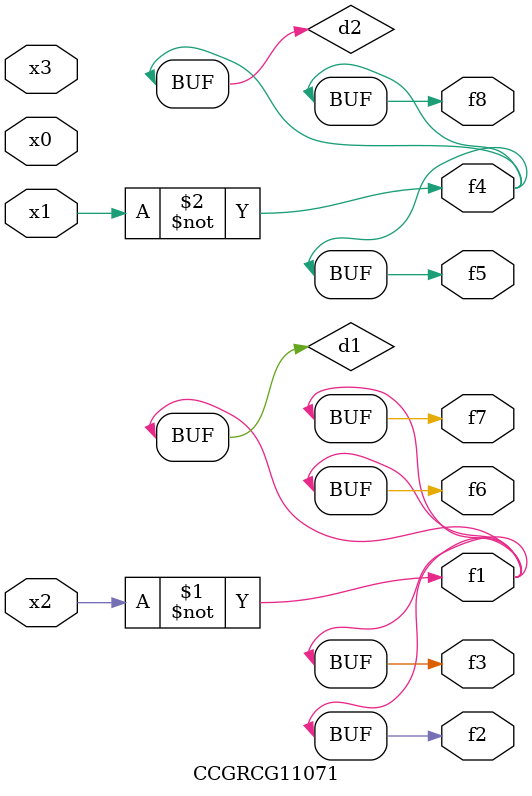
<source format=v>
module CCGRCG11071(
	input x0, x1, x2, x3,
	output f1, f2, f3, f4, f5, f6, f7, f8
);

	wire d1, d2;

	xnor (d1, x2);
	not (d2, x1);
	assign f1 = d1;
	assign f2 = d1;
	assign f3 = d1;
	assign f4 = d2;
	assign f5 = d2;
	assign f6 = d1;
	assign f7 = d1;
	assign f8 = d2;
endmodule

</source>
